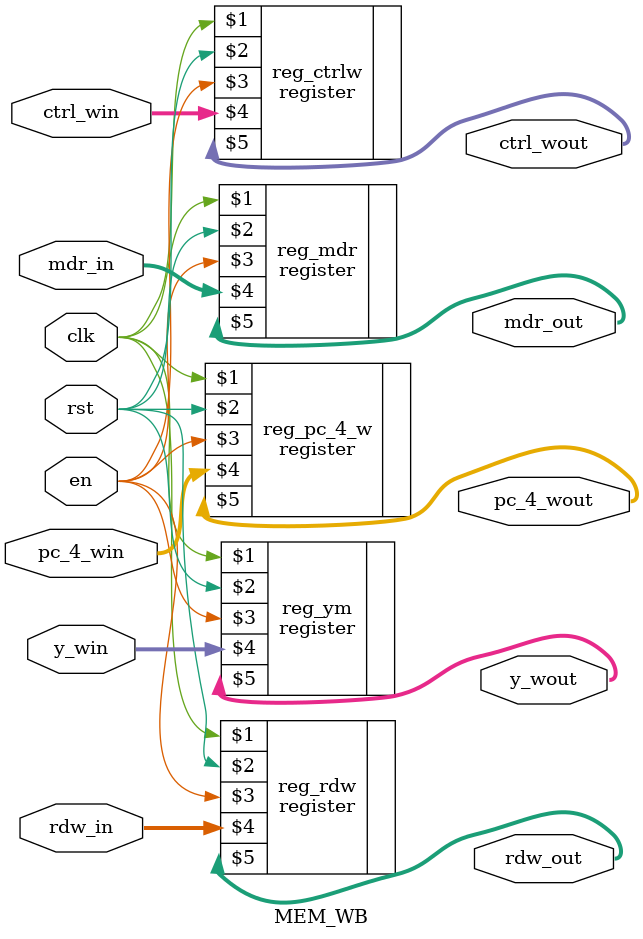
<source format=v>
`timescale 1ns / 1ps

module MEM_WB(
input clk,
input rst,
input en,
//pc
input [31:0] pc_4_win,
output [31:0] pc_4_wout,
//d_mem
input [31:0] y_win,
output [31:0] y_wout,
//
input [31:0] mdr_in,
output [31:0] mdr_out,
//rdw
input [4:0] rdw_in,
output [4:0] rdw_out,
//control
input [31:0] ctrl_win,
output [31:0] ctrl_wout
);

register #(32) reg_pc_4_w(clk,rst,en,pc_4_win,pc_4_wout);
register #(32) reg_ym(clk,rst,en,y_win,y_wout);
register #(32) reg_mdr(clk,rst,en,mdr_in,mdr_out);
register #(5) reg_rdw(clk,rst,en,rdw_in,rdw_out);
register #(32) reg_ctrlw(clk,rst,en,ctrl_win,ctrl_wout);

endmodule
</source>
